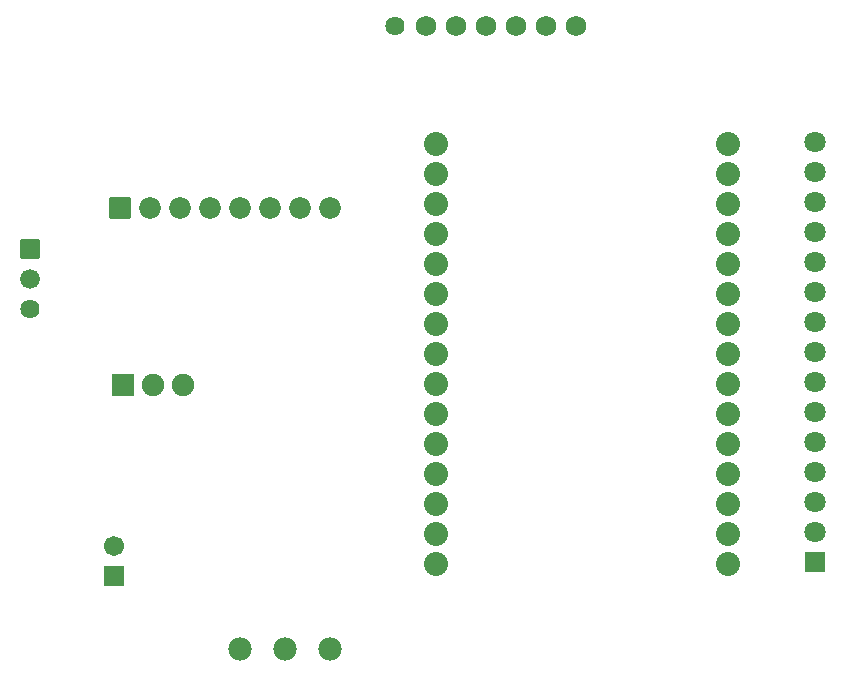
<source format=gts>
G04 Layer: TopSolderMaskLayer*
G04 EasyEDA v6.5.42, 2024-04-05 23:01:38*
G04 9a974a588d324e8b8ed75c96a1a2608a,45826c4407594220944428adbfc87ba6,10*
G04 Gerber Generator version 0.2*
G04 Scale: 100 percent, Rotated: No, Reflected: No *
G04 Dimensions in millimeters *
G04 leading zeros omitted , absolute positions ,4 integer and 5 decimal *
%FSLAX45Y45*%
%MOMM*%

%AMMACRO1*1,1,$1,$2,$3*1,1,$1,$4,$5*1,1,$1,0-$2,0-$3*1,1,$1,0-$4,0-$5*20,1,$1,$2,$3,$4,$5,0*20,1,$1,$4,$5,0-$2,0-$3,0*20,1,$1,0-$2,0-$3,0-$4,0-$5,0*20,1,$1,0-$4,0-$5,$2,$3,0*4,1,4,$2,$3,$4,$5,0-$2,0-$3,0-$4,0-$5,$2,$3,0*%
%ADD10C,2.0320*%
%ADD11C,1.8016*%
%ADD12R,1.6764X1.8016*%
%ADD13MACRO1,0.2032X-0.8166X0.8166X0.8166X0.8166*%
%ADD14C,1.8364*%
%ADD15C,1.6256*%
%ADD16C,1.7272*%
%ADD17MACRO1,0.1016X-0.8999X0.8999X0.8999X0.8999*%
%ADD18C,1.9016*%
%ADD19MACRO1,0.1016X0.7874X-0.7874X-0.7874X-0.7874*%
%ADD20C,1.6764*%
%ADD21R,1.7016X1.7016*%
%ADD22C,1.7016*%
%ADD23C,1.9812*%

%LPD*%
D10*
G01*
X8364423Y6395593D03*
G01*
X8364423Y6649593D03*
G01*
X8364423Y6903593D03*
G01*
X8364423Y7157593D03*
G01*
X8364423Y7411593D03*
G01*
X8364423Y7665593D03*
G01*
X8364423Y7919593D03*
G01*
X8364423Y8173593D03*
G01*
X8364423Y8427593D03*
G01*
X8364423Y8681593D03*
G01*
X8364423Y8935593D03*
G01*
X8364423Y9189593D03*
G01*
X8364423Y9443593D03*
G01*
X8364423Y9697593D03*
G01*
X8364423Y9951593D03*
G01*
X5887415Y9951593D03*
G01*
X5887415Y9697593D03*
G01*
X5887415Y9443593D03*
G01*
X5887415Y9189593D03*
G01*
X5887415Y8935593D03*
G01*
X5887415Y8681593D03*
G01*
X5887415Y8427593D03*
G01*
X5887415Y8173593D03*
G01*
X5887415Y7919593D03*
G01*
X5887415Y7665593D03*
G01*
X5887415Y7411593D03*
G01*
X5887415Y7157593D03*
G01*
X5887415Y6903593D03*
G01*
X5887415Y6649593D03*
G01*
X5887415Y6395593D03*
D11*
G01*
X9093200Y9969500D03*
G01*
X9093200Y9715500D03*
G01*
X9093200Y9461500D03*
G01*
X9093200Y9207500D03*
G01*
X9093200Y8953500D03*
G01*
X9093200Y8699500D03*
G01*
X9093200Y8445500D03*
G01*
X9093200Y8191500D03*
G01*
X9093200Y7937500D03*
G01*
X9093200Y7683500D03*
G01*
X9093200Y7429500D03*
G01*
X9093200Y7175500D03*
G01*
X9093200Y6921500D03*
G01*
X9093200Y6667500D03*
D12*
G01*
X9093200Y6413500D03*
D13*
G01*
X3213100Y9410700D03*
D14*
G01*
X3467100Y9410700D03*
G01*
X3721100Y9410700D03*
G01*
X3975100Y9410700D03*
G01*
X4229100Y9410700D03*
G01*
X4483100Y9410700D03*
G01*
X4737100Y9410700D03*
G01*
X4991100Y9410700D03*
D15*
G01*
X5537200Y10953750D03*
D16*
G01*
X7073900Y10953750D03*
G01*
X6819900Y10953750D03*
G01*
X6565900Y10953750D03*
G01*
X6311900Y10953750D03*
G01*
X6057900Y10953750D03*
G01*
X5803900Y10953750D03*
D17*
G01*
X3238500Y7912100D03*
D18*
G01*
X3492500Y7912100D03*
G01*
X3746500Y7912100D03*
D19*
G01*
X2451100Y9067800D03*
D20*
G01*
X2451100Y8813800D03*
D15*
G01*
X2451100Y8559800D03*
D21*
G01*
X3162300Y6299200D03*
D22*
G01*
X3162300Y6553200D03*
D23*
G01*
X4990084Y5676900D03*
G01*
X4230115Y5676900D03*
G01*
X4610100Y5676900D03*
M02*

</source>
